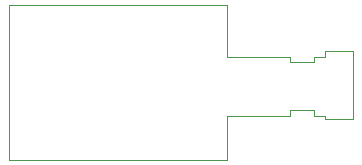
<source format=gbr>
%TF.GenerationSoftware,KiCad,Pcbnew,7.0.10-7.0.10~ubuntu22.04.1*%
%TF.CreationDate,2024-01-24T09:48:51-05:00*%
%TF.ProjectId,imu-rj-adapter,696d752d-726a-42d6-9164-61707465722e,rev?*%
%TF.SameCoordinates,Original*%
%TF.FileFunction,Profile,NP*%
%FSLAX46Y46*%
G04 Gerber Fmt 4.6, Leading zero omitted, Abs format (unit mm)*
G04 Created by KiCad (PCBNEW 7.0.10-7.0.10~ubuntu22.04.1) date 2024-01-24 09:48:51*
%MOMM*%
%LPD*%
G01*
G04 APERTURE LIST*
%TA.AperFunction,Profile*%
%ADD10C,0.100000*%
%TD*%
G04 APERTURE END LIST*
D10*
X70300000Y-67400000D02*
X72300000Y-67400000D01*
X72300000Y-67400000D02*
X72300000Y-67900000D01*
X72300000Y-63400000D02*
X70300000Y-63400000D01*
X64900000Y-62900000D02*
X64900000Y-58500000D01*
X64900000Y-67900000D02*
X64900000Y-71700000D01*
X72300000Y-62900000D02*
X72300000Y-63400000D01*
X73200000Y-62900000D02*
X73200000Y-62400000D01*
X70300000Y-67900000D02*
X64900000Y-67900000D01*
X75600000Y-62400000D02*
X75600000Y-68200000D01*
X72300000Y-62900000D02*
X73200000Y-62900000D01*
X46500000Y-71700000D02*
X64900000Y-71700000D01*
X64900000Y-58500000D02*
X46500000Y-58500000D01*
X46500000Y-58500000D02*
X46500000Y-71700000D01*
X70300000Y-62900000D02*
X64900000Y-62900000D01*
X73200000Y-68200000D02*
X73200000Y-67900000D01*
X75600000Y-68200000D02*
X73200000Y-68200000D01*
X73200000Y-62400000D02*
X75600000Y-62400000D01*
X70300000Y-63400000D02*
X70300000Y-62900000D01*
X73200000Y-67900000D02*
X72300000Y-67900000D01*
X70300000Y-67900000D02*
X70300000Y-67400000D01*
M02*

</source>
